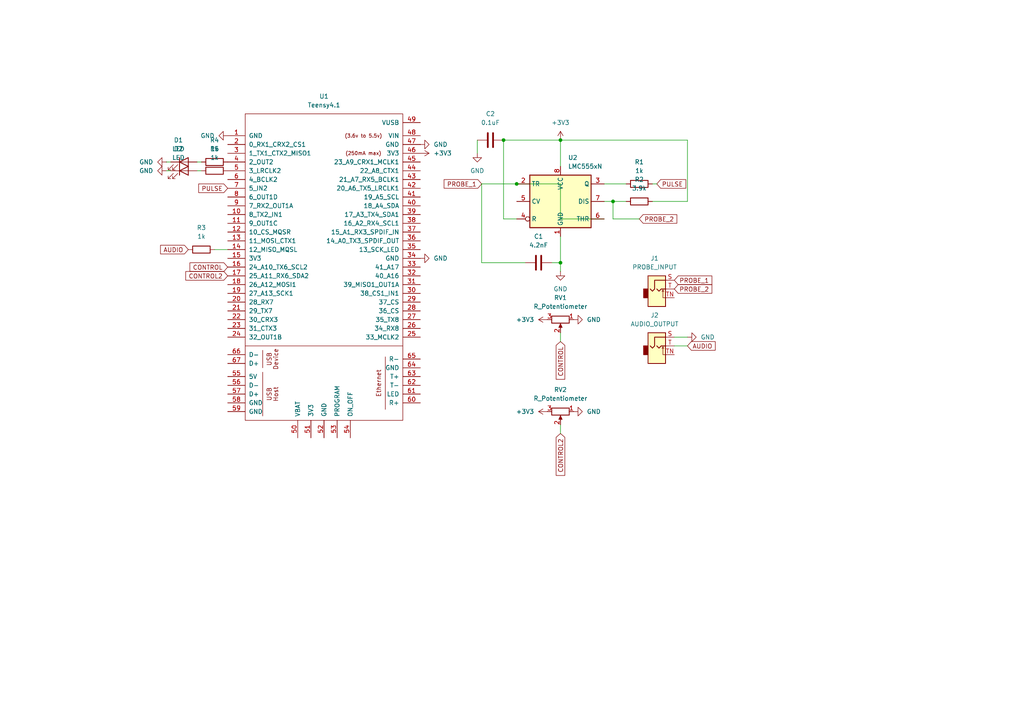
<source format=kicad_sch>
(kicad_sch (version 20231120) (generator "eeschema") (generator_version "8.0")
  (paper "A4")
  (lib_symbols
    (symbol "Connector_Audio:AudioJack2_SwitchT"
      (property "Reference" "J" (at 0 8.89 0))
      (property "Value" "AudioJack2_SwitchT" (at 0 6.35 0))
      (symbol "AudioJack2_SwitchT_0_1"
        (rectangle (start -2.54 0) (end -3.81 -2.54) (stroke (width 0.254)) (fill (type outline)))
        (polyline (pts (xy 1.778 -0.254) (xy 2.032 -0.762)))
        (polyline (pts (xy 0 0) (xy 0.635 -0.635) (xy 1.27 0) (xy 2.54 0)) (stroke (width 0.254)))
        (polyline (pts (xy 2.54 -2.54) (xy 1.778 -2.54) (xy 1.778 -0.254) (xy 1.524 -0.762)))
        (polyline (pts (xy 2.54 2.54) (xy -0.635 2.54) (xy -0.635 0) (xy -1.27 -0.635) (xy -1.905 0)) (stroke (width 0.254)))
        (rectangle (start 2.54 3.81) (end -2.54 -5.08) (stroke (width 0.254)) (fill (type background)))
      )
      (symbol "AudioJack2_SwitchT_1_1"
        (pin passive line (at 5.08 2.54 180) (length 2.54) (name "~") (number "S"))
        (pin passive line (at 5.08 0 180) (length 2.54) (name "~") (number "T"))
        (pin passive line (at 5.08 -2.54 180) (length 2.54) (name "~") (number "TN"))
      )
    )
    (symbol "Device:C" (pin_numbers hide) (pin_names (offset 0.254))
      (property "Reference" "C" (at 0.635 2.54 0))
      (property "Value" "C" (at 0.635 -2.54 0))
      (symbol "C_0_1"
        (polyline (pts (xy -2.032 -0.762) (xy 2.032 -0.762)) (stroke (width 0.508)))
        (polyline (pts (xy -2.032 0.762) (xy 2.032 0.762)) (stroke (width 0.508)))
      )
      (symbol "C_1_1"
        (pin passive line (at 0 3.81 270) (length 2.794) (name "~") (number "1"))
        (pin passive line (at 0 -3.81 90) (length 2.794) (name "~") (number "2"))
      )
    )
    (symbol "Device:LED" (pin_numbers hide) (pin_names (offset 1.016) hide)
      (property "Reference" "D" (at 0 2.54 0))
      (property "Value" "LED" (at 0 -2.54 0))
      (symbol "LED_0_1"
        (polyline (pts (xy -1.27 -1.27) (xy -1.27 1.27)) (stroke (width 0.254)))
        (polyline (pts (xy -1.27 0) (xy 1.27 0)))
        (polyline (pts (xy 1.27 -1.27) (xy 1.27 1.27) (xy -1.27 0) (xy 1.27 -1.27)) (stroke (width 0.254)))
        (polyline (pts (xy -3.048 -0.762) (xy -4.572 -2.286) (xy -3.81 -2.286) (xy -4.572 -2.286) (xy -4.572 -1.524)))
        (polyline (pts (xy -1.778 -0.762) (xy -3.302 -2.286) (xy -2.54 -2.286) (xy -3.302 -2.286) (xy -3.302 -1.524)))
      )
      (symbol "LED_1_1"
        (pin passive line (at -3.81 0 0) (length 2.54) (name "K") (number "1"))
        (pin passive line (at 3.81 0 180) (length 2.54) (name "A") (number "2"))
      )
    )
    (symbol "Device:R" (pin_numbers hide) (pin_names (offset 0))
      (property "Reference" "R" (at 2.032 0 90))
      (property "Value" "R" (at 0 0 90))
      (symbol "R_0_1"
        (rectangle (start -1.016 -2.54) (end 1.016 2.54) (stroke (width 0.254)))
      )
      (symbol "R_1_1"
        (pin passive line (at 0 3.81 270) (length 1.27) (name "~") (number "1"))
        (pin passive line (at 0 -3.81 90) (length 1.27) (name "~") (number "2"))
      )
    )
    (symbol "Device:R_Potentiometer" (pin_names (offset 1.016) hide)
      (property "Reference" "RV" (at -4.445 0 90))
      (property "Value" "R_Potentiometer" (at -2.54 0 90))
      (symbol "R_Potentiometer_0_1"
        (polyline (pts (xy 2.54 0) (xy 1.524 0)))
        (polyline (pts (xy 1.143 0) (xy 2.286 0.508) (xy 2.286 -0.508) (xy 1.143 0)) (fill (type outline)))
        (rectangle (start 1.016 2.54) (end -1.016 -2.54) (stroke (width 0.254)))
      )
      (symbol "R_Potentiometer_1_1"
        (pin passive line (at 0 3.81 270) (length 1.27) (name "1") (number "1"))
        (pin passive line (at 3.81 0 180) (length 1.27) (name "2") (number "2"))
        (pin passive line (at 0 -3.81 90) (length 1.27) (name "3") (number "3"))
      )
    )
    (symbol "Timer:LMC555xN"
      (property "Reference" "U" (at -10.16 8.89 0))
      (property "Value" "LMC555xN" (at 2.54 8.89 0))
      (symbol "LMC555xN_0_0"
        (pin power_in line (at 0 -10.16 90) (length 2.54) (name "GND") (number "1"))
        (pin power_in line (at 0 10.16 270) (length 2.54) (name "VCC") (number "8"))
      )
      (symbol "LMC555xN_0_1"
        (rectangle (start -8.89 -7.62) (end 8.89 7.62) (stroke (width 0.254)) (fill (type background)))
        (rectangle (start -8.89 -7.62) (end 8.89 7.62) (stroke (width 0.254)) (fill (type background)))
      )
      (symbol "LMC555xN_1_1"
        (pin input line (at -12.7 5.08 0) (length 3.81) (name "TR") (number "2"))
        (pin output line (at 12.7 5.08 180) (length 3.81) (name "Q") (number "3"))
        (pin input inverted (at -12.7 -5.08 0) (length 3.81) (name "R") (number "4"))
        (pin input line (at -12.7 0 0) (length 3.81) (name "CV") (number "5"))
        (pin input line (at 12.7 -5.08 180) (length 3.81) (name "THR") (number "6"))
        (pin input line (at 12.7 0 180) (length 3.81) (name "DIS") (number "7"))
      )
    )
    (symbol "power:+3V3" (power) (pin_numbers hide) (pin_names (offset 0) hide)
      (property "Value" "+3V3" (at 0 3.556 0))
      (symbol "+3V3_0_1"
        (polyline (pts (xy -0.762 1.27) (xy 0 2.54)))
        (polyline (pts (xy 0 0) (xy 0 2.54)))
        (polyline (pts (xy 0 2.54) (xy 0.762 1.27)))
      )
      (symbol "+3V3_1_1"
        (pin power_in line (at 0 0 90) (length 0) (name "~") (number "1"))
      )
    )
    (symbol "power:GND" (power) (pin_numbers hide) (pin_names (offset 0) hide)
      (property "Value" "GND" (at 0 -3.81 0))
      (symbol "GND_0_1"
        (polyline (pts (xy 0 0) (xy 0 -1.27) (xy 1.27 -1.27) (xy 0 -2.54) (xy -1.27 -1.27) (xy 0 -1.27)))
      )
      (symbol "GND_1_1"
        (pin power_in line (at 0 0 270) (length 0) (name "~") (number "1"))
      )
    )
    (symbol "teensy:Teensy4.1" (pin_names (offset 1.016))
      (property "Reference" "U" (at 0 64.77 0))
      (property "Value" "Teensy4.1" (at 0 62.23 0))
      (symbol "Teensy4.1_0_0"
        (polyline (pts (xy -22.86 -6.35) (xy 22.86 -6.35)))
        (polyline (pts (xy -17.78 -26.67) (xy -17.78 -13.97)))
        (polyline (pts (xy -17.78 -7.62) (xy -17.78 -12.7)))
        (polyline (pts (xy 17.78 -9.525) (xy 17.78 -24.765)))
        (text "(250mA max)" (at 11.43 49.53 0) (effects (font (size 1.016 1.016))))
        (text "(3.6v to 5.5v)" (at 11.43 54.61 0) (effects (font (size 1.016 1.016))))
        (text "Device" (at -13.97 -10.16 900) (effects (font (size 1.27 1.27))))
        (text "Ethernet" (at 15.875 -17.145 900) (effects (font (size 1.27 1.27))))
        (text "Host" (at -13.97 -20.32 900) (effects (font (size 1.27 1.27))))
        (text "USB" (at -15.875 -20.32 900) (effects (font (size 1.27 1.27))))
        (text "USB" (at -15.875 -10.16 900) (effects (font (size 1.27 1.27))))
        (pin bidirectional line (at -27.94 31.75 0) (length 5.08) (name "8_TX2_IN1") (number "10"))
        (pin bidirectional line (at -27.94 29.21 0) (length 5.08) (name "9_OUT1C") (number "11"))
        (pin bidirectional line (at -27.94 26.67 0) (length 5.08) (name "10_CS_MQSR") (number "12"))
        (pin bidirectional line (at -27.94 24.13 0) (length 5.08) (name "11_MOSI_CTX1") (number "13"))
        (pin bidirectional line (at -27.94 21.59 0) (length 5.08) (name "12_MISO_MQSL") (number "14"))
        (pin power_in line (at -27.94 19.05 0) (length 5.08) (name "3V3") (number "15"))
        (pin bidirectional line (at -27.94 16.51 0) (length 5.08) (name "24_A10_TX6_SCL2") (number "16"))
        (pin bidirectional line (at -27.94 13.97 0) (length 5.08) (name "25_A11_RX6_SDA2") (number "17"))
        (pin bidirectional line (at -27.94 11.43 0) (length 5.08) (name "26_A12_MOSI1") (number "18"))
        (pin bidirectional line (at -27.94 8.89 0) (length 5.08) (name "27_A13_SCK1") (number "19"))
        (pin bidirectional line (at -27.94 6.35 0) (length 5.08) (name "28_RX7") (number "20"))
        (pin bidirectional line (at -27.94 3.81 0) (length 5.08) (name "29_TX7") (number "21"))
        (pin bidirectional line (at -27.94 1.27 0) (length 5.08) (name "30_CRX3") (number "22"))
        (pin bidirectional line (at -27.94 -1.27 0) (length 5.08) (name "31_CTX3") (number "23"))
        (pin bidirectional line (at -27.94 -3.81 0) (length 5.08) (name "32_OUT1B") (number "24"))
        (pin bidirectional line (at 27.94 -3.81 180) (length 5.08) (name "33_MCLK2") (number "25"))
        (pin bidirectional line (at 27.94 -1.27 180) (length 5.08) (name "34_RX8") (number "26"))
        (pin bidirectional line (at 27.94 1.27 180) (length 5.08) (name "35_TX8") (number "27"))
        (pin bidirectional line (at 27.94 3.81 180) (length 5.08) (name "36_CS") (number "28"))
        (pin bidirectional line (at 27.94 6.35 180) (length 5.08) (name "37_CS") (number "29"))
        (pin bidirectional line (at 27.94 8.89 180) (length 5.08) (name "38_CS1_IN1") (number "30"))
        (pin bidirectional line (at 27.94 11.43 180) (length 5.08) (name "39_MISO1_OUT1A") (number "31"))
        (pin bidirectional line (at 27.94 13.97 180) (length 5.08) (name "40_A16") (number "32"))
        (pin bidirectional line (at 27.94 16.51 180) (length 5.08) (name "41_A17") (number "33"))
        (pin bidirectional line (at 27.94 21.59 180) (length 5.08) (name "13_SCK_LED") (number "35"))
        (pin bidirectional line (at 27.94 24.13 180) (length 5.08) (name "14_A0_TX3_SPDIF_OUT") (number "36"))
        (pin bidirectional line (at 27.94 26.67 180) (length 5.08) (name "15_A1_RX3_SPDIF_IN") (number "37"))
        (pin bidirectional line (at 27.94 29.21 180) (length 5.08) (name "16_A2_RX4_SCL1") (number "38"))
        (pin bidirectional line (at 27.94 31.75 180) (length 5.08) (name "17_A3_TX4_SDA1") (number "39"))
        (pin bidirectional line (at 27.94 34.29 180) (length 5.08) (name "18_A4_SDA") (number "40"))
        (pin bidirectional line (at 27.94 36.83 180) (length 5.08) (name "19_A5_SCL") (number "41"))
        (pin bidirectional line (at 27.94 39.37 180) (length 5.08) (name "20_A6_TX5_LRCLK1") (number "42"))
        (pin bidirectional line (at 27.94 41.91 180) (length 5.08) (name "21_A7_RX5_BCLK1") (number "43"))
        (pin bidirectional line (at 27.94 44.45 180) (length 5.08) (name "22_A8_CTX1") (number "44"))
        (pin bidirectional line (at 27.94 46.99 180) (length 5.08) (name "23_A9_CRX1_MCLK1") (number "45"))
        (pin output line (at 27.94 49.53 180) (length 5.08) (name "3V3") (number "46"))
        (pin output line (at 27.94 52.07 180) (length 5.08) (name "GND") (number "47"))
        (pin power_in line (at 27.94 54.61 180) (length 5.08) (name "VIN") (number "48"))
        (pin power_out line (at 27.94 58.42 180) (length 5.08) (name "VUSB") (number "49"))
        (pin bidirectional line (at -27.94 44.45 0) (length 5.08) (name "3_LRCLK2") (number "5"))
        (pin power_in line (at -7.62 -33.02 90) (length 5.08) (name "VBAT") (number "50"))
        (pin power_in line (at -3.81 -33.02 90) (length 5.08) (name "3V3") (number "51"))
        (pin input line (at 0 -33.02 90) (length 5.08) (name "GND") (number "52"))
        (pin input line (at 3.81 -33.02 90) (length 5.08) (name "PROGRAM") (number "53"))
        (pin input line (at 7.62 -33.02 90) (length 5.08) (name "ON_OFF") (number "54"))
        (pin power_out line (at -27.94 -15.24 0) (length 5.08) (name "5V") (number "55"))
        (pin bidirectional line (at -27.94 -17.78 0) (length 5.08) (name "D-") (number "56"))
        (pin bidirectional line (at -27.94 -20.32 0) (length 5.08) (name "D+") (number "57"))
        (pin power_in line (at -27.94 -22.86 0) (length 5.08) (name "GND") (number "58"))
        (pin power_in line (at -27.94 -25.4 0) (length 5.08) (name "GND") (number "59"))
        (pin bidirectional line (at -27.94 41.91 0) (length 5.08) (name "4_BCLK2") (number "6"))
        (pin bidirectional line (at 27.94 -22.86 180) (length 5.08) (name "R+") (number "60"))
        (pin bidirectional line (at 27.94 -20.32 180) (length 5.08) (name "LED") (number "61"))
        (pin bidirectional line (at 27.94 -17.78 180) (length 5.08) (name "T-") (number "62"))
        (pin bidirectional line (at 27.94 -15.24 180) (length 5.08) (name "T+") (number "63"))
        (pin power_in line (at 27.94 -12.7 180) (length 5.08) (name "GND") (number "64"))
        (pin bidirectional line (at 27.94 -10.16 180) (length 5.08) (name "R-") (number "65"))
        (pin bidirectional line (at -27.94 -8.89 0) (length 5.08) (name "D-") (number "66"))
        (pin bidirectional line (at -27.94 -11.43 0) (length 5.08) (name "D+") (number "67"))
        (pin bidirectional line (at -27.94 39.37 0) (length 5.08) (name "5_IN2") (number "7"))
        (pin bidirectional line (at -27.94 36.83 0) (length 5.08) (name "6_OUT1D") (number "8"))
        (pin bidirectional line (at -27.94 34.29 0) (length 5.08) (name "7_RX2_OUT1A") (number "9"))
      )
      (symbol "Teensy4.1_0_1"
        (rectangle (start -22.86 60.96) (end 22.86 -27.94))
        (rectangle (start -20.32 -1.27) (end -20.32 -1.27))
      )
      (symbol "Teensy4.1_1_1"
        (pin power_in line (at -27.94 54.61 0) (length 5.08) (name "GND") (number "1"))
        (pin bidirectional line (at -27.94 52.07 0) (length 5.08) (name "0_RX1_CRX2_CS1") (number "2"))
        (pin bidirectional line (at -27.94 49.53 0) (length 5.08) (name "1_TX1_CTX2_MISO1") (number "3"))
        (pin power_in line (at 27.94 19.05 180) (length 5.08) (name "GND") (number "34"))
        (pin bidirectional line (at -27.94 46.99 0) (length 5.08) (name "2_OUT2") (number "4"))
      )
    )
  )
  (junction (at 146.05 40.64))
  (junction (at 149.86 53.34))
  (junction (at 162.56 40.64))
  (junction (at 162.56 76.2))
  (junction (at 177.8 58.42))
  (wire (pts (xy 162.56 123.19) (xy 162.56 125.73)))
  (wire (pts (xy 149.86 63.5) (xy 146.05 63.5)))
  (wire (pts (xy 175.26 58.42) (xy 177.8 58.42)))
  (wire (pts (xy 139.7 53.34) (xy 149.86 53.34)))
  (wire (pts (xy 199.39 40.64) (xy 162.56 40.64)))
  (wire (pts (xy 162.56 63.5) (xy 175.26 63.5)))
  (wire (pts (xy 199.39 58.42) (xy 199.39 40.64)))
  (wire (pts (xy 48.26 46.99) (xy 49.53 46.99)))
  (wire (pts (xy 138.43 40.64) (xy 138.43 44.45)))
  (wire (pts (xy 146.05 63.5) (xy 146.05 40.64)))
  (wire (pts (xy 162.56 76.2) (xy 162.56 78.74)))
  (wire (pts (xy 195.58 100.33) (xy 199.39 100.33)))
  (wire (pts (xy 139.7 76.2) (xy 139.7 53.34)))
  (wire (pts (xy 190.5 53.34) (xy 189.23 53.34)))
  (wire (pts (xy 162.56 40.64) (xy 162.56 48.26)))
  (wire (pts (xy 162.56 53.34) (xy 162.56 63.5)))
  (wire (pts (xy 57.15 46.99) (xy 58.42 46.99)))
  (wire (pts (xy 175.26 53.34) (xy 181.61 53.34)))
  (wire (pts (xy 48.26 49.53) (xy 49.53 49.53)))
  (wire (pts (xy 162.56 96.52) (xy 162.56 99.06)))
  (wire (pts (xy 195.58 97.79) (xy 199.39 97.79)))
  (wire (pts (xy 162.56 68.58) (xy 162.56 76.2)))
  (wire (pts (xy 149.86 53.34) (xy 162.56 53.34)))
  (wire (pts (xy 57.15 49.53) (xy 58.42 49.53)))
  (wire (pts (xy 177.8 58.42) (xy 177.8 63.5)))
  (wire (pts (xy 177.8 63.5) (xy 185.42 63.5)))
  (wire (pts (xy 146.05 40.64) (xy 162.56 40.64)))
  (wire (pts (xy 189.23 58.42) (xy 199.39 58.42)))
  (wire (pts (xy 152.4 76.2) (xy 139.7 76.2)))
  (wire (pts (xy 160.02 76.2) (xy 162.56 76.2)))
  (wire (pts (xy 62.23 72.39) (xy 66.04 72.39)))
  (wire (pts (xy 177.8 58.42) (xy 181.61 58.42)))
  (global_label "CONTROL" (shape input) (at 162.56 99.06 270) (property "Intersheetrefs" "${INTERSHEET_REFS}" (effects (hide yes))))
  (global_label "PULSE" (shape input) (at 190.5 53.34 0) (property "Intersheetrefs" "${INTERSHEET_REFS}" (effects (hide yes))))
  (global_label "PROBE_1" (shape input) (at 195.58 81.28 0) (property "Intersheetrefs" "${INTERSHEET_REFS}" (effects (hide yes))))
  (global_label "AUDIO" (shape input) (at 54.61 72.39 180) (property "Intersheetrefs" "${INTERSHEET_REFS}" (effects (hide yes))))
  (global_label "PROBE_1" (shape input) (at 139.7 53.34 180) (property "Intersheetrefs" "${INTERSHEET_REFS}" (effects (hide yes))))
  (global_label "PROBE_2" (shape input) (at 195.58 83.82 0) (property "Intersheetrefs" "${INTERSHEET_REFS}" (effects (hide yes))))
  (global_label "PULSE" (shape input) (at 66.04 54.61 180) (property "Intersheetrefs" "${INTERSHEET_REFS}" (effects (hide yes))))
  (global_label "AUDIO" (shape input) (at 199.39 100.33 0) (property "Intersheetrefs" "${INTERSHEET_REFS}" (effects (hide yes))))
  (global_label "CONTROL" (shape input) (at 66.04 77.47 180) (property "Intersheetrefs" "${INTERSHEET_REFS}" (effects (hide yes))))
  (global_label "PROBE_2" (shape input) (at 185.42 63.5 0) (property "Intersheetrefs" "${INTERSHEET_REFS}" (effects (hide yes))))
  (global_label "CONTROL2" (shape input) (at 162.56 125.73 270) (property "Intersheetrefs" "${INTERSHEET_REFS}" (effects (hide yes))))
  (global_label "CONTROL2" (shape input) (at 66.04 80.01 180) (property "Intersheetrefs" "${INTERSHEET_REFS}" (effects (hide yes))))
  (symbol (lib_id "Timer:LMC555xN") (at 162.56 58.42 0) (unit 1)
    (property "Reference" "U2" (at 164.7541 45.72 0) (effects (justify left)))
    (property "Value" "LMC555xN" (at 164.7541 48.26 0) (effects (justify left)))
    (property "Footprint" "Package_DIP:DIP-8_W7.62mm_Socket" (effects (hide yes)))
    (property "Datasheet" "http://www.ti.com/lit/ds/symlink/lmc555.pdf" (effects (hide yes)))
    (property "Description" "CMOS Timer, 555 compatible, PDIP-8" (effects (hide yes)))
  )
  (symbol (lib_id "Device:C") (at 156.21 76.2 90) (unit 1)
    (property "Reference" "C1" (at 156.21 68.58 90))
    (property "Value" "4.2nF" (at 156.21 71.12 90))
    (property "Footprint" "Capacitor_THT:C_Disc_D3.0mm_W2.0mm_P2.50mm" (effects (hide yes)))
    (property "Description" "Unpolarized capacitor" (effects (hide yes)))
  )
  (symbol (lib_id "Connector_Audio:AudioJack2_SwitchT") (at 190.5 83.82 0) (unit 1)
    (property "Reference" "J1" (at 189.865 74.93 0))
    (property "Value" "PROBE_INPUT" (at 189.865 77.47 0))
    (property "Footprint" "Connector_Audio:Jack_3.5mm_QingPu_WQP-PJ398SM_Vertical_CircularHoles" (effects (hide yes)))
    (property "Description" "Audio Jack, 2 Poles (Mono / TS), Switched T Pole (Normalling)" (effects (hide yes)))
  )
  (symbol (lib_id "power:+3V3") (at 162.56 40.64 0) (unit 1)
    (property "Reference" "#PWR01" (effects (hide yes)))
    (property "Value" "+3V3" (at 162.56 35.56 0))
    (property "Description" "Power symbol creates a global label with name \"+3V3\"" (effects (hide yes)))
  )
  (symbol (lib_id "Device:R") (at 62.23 46.99 90) (unit 1)
    (property "Reference" "R4" (at 62.23 40.64 90))
    (property "Value" "1k" (at 62.23 43.18 90))
    (property "Footprint" "Resistor_THT:R_Axial_DIN0204_L3.6mm_D1.6mm_P7.62mm_Horizontal" (effects (hide yes)))
    (property "Description" "Resistor" (effects (hide yes)))
  )
  (symbol (lib_id "power:GND") (at 138.43 44.45 0) (unit 1)
    (property "Reference" "#PWR02" (effects (hide yes)))
    (property "Value" "GND" (at 138.43 49.53 0))
    (property "Description" "Power symbol creates a global label with name \"GND\" , ground" (effects (hide yes)))
  )
  (symbol (lib_id "Device:R") (at 185.42 53.34 90) (unit 1)
    (property "Reference" "R1" (at 185.42 46.99 90))
    (property "Value" "1k" (at 185.42 49.53 90))
    (property "Footprint" "Resistor_THT:R_Axial_DIN0204_L3.6mm_D1.6mm_P7.62mm_Horizontal" (effects (hide yes)))
    (property "Description" "Resistor" (effects (hide yes)))
  )
  (symbol (lib_id "power:+3V3") (at 158.75 119.38 90) (unit 1)
    (property "Reference" "#PWR011" (effects (hide yes)))
    (property "Value" "+3V3" (at 154.94 119.3799 90) (effects (justify left)))
    (property "Description" "Power symbol creates a global label with name \"+3V3\"" (effects (hide yes)))
  )
  (symbol (lib_id "Device:LED") (at 53.34 49.53 0) (unit 1)
    (property "Reference" "D2" (at 51.7525 43.18 0))
    (property "Value" "LED" (at 51.7525 45.72 0))
    (property "Footprint" "LED_THT:LED_D3.0mm" (effects (hide yes)))
    (property "Description" "Light emitting diode" (effects (hide yes)))
  )
  (symbol (lib_id "Connector_Audio:AudioJack2_SwitchT") (at 190.5 100.33 0) (unit 1)
    (property "Reference" "J2" (at 189.865 91.44 0))
    (property "Value" "AUDIO_OUTPUT" (at 189.865 93.98 0))
    (property "Footprint" "Connector_Audio:Jack_3.5mm_QingPu_WQP-PJ398SM_Vertical_CircularHoles" (effects (hide yes)))
    (property "Description" "Audio Jack, 2 Poles (Mono / TS), Switched T Pole (Normalling)" (effects (hide yes)))
  )
  (symbol (lib_id "Device:C") (at 142.24 40.64 90) (unit 1)
    (property "Reference" "C2" (at 142.24 33.02 90))
    (property "Value" "0.1uF" (at 142.24 35.56 90))
    (property "Footprint" "Capacitor_THT:C_Disc_D3.0mm_W2.0mm_P2.50mm" (effects (hide yes)))
    (property "Description" "Unpolarized capacitor" (effects (hide yes)))
  )
  (symbol (lib_id "power:+3V3") (at 158.75 92.71 90) (unit 1)
    (property "Reference" "#PWR09" (effects (hide yes)))
    (property "Value" "+3V3" (at 154.94 92.7099 90) (effects (justify left)))
    (property "Description" "Power symbol creates a global label with name \"+3V3\"" (effects (hide yes)))
  )
  (symbol (lib_id "power:GND") (at 66.04 39.37 270) (unit 1)
    (property "Reference" "#PWR04" (effects (hide yes)))
    (property "Value" "GND" (at 62.23 39.3699 90) (effects (justify right)))
    (property "Description" "Power symbol creates a global label with name \"GND\" , ground" (effects (hide yes)))
  )
  (symbol (lib_id "power:GND") (at 199.39 97.79 90) (unit 1)
    (property "Reference" "#PWR010" (effects (hide yes)))
    (property "Value" "GND" (at 203.2 97.7899 90) (effects (justify right)))
    (property "Description" "Power symbol creates a global label with name \"GND\" , ground" (effects (hide yes)))
  )
  (symbol (lib_id "power:GND") (at 166.37 92.71 90) (unit 1)
    (property "Reference" "#PWR08" (effects (hide yes)))
    (property "Value" "GND" (at 170.18 92.7099 90) (effects (justify right)))
    (property "Description" "Power symbol creates a global label with name \"GND\" , ground" (effects (hide yes)))
  )
  (symbol (lib_id "power:GND") (at 48.26 49.53 270) (unit 1)
    (property "Reference" "#PWR014" (effects (hide yes)))
    (property "Value" "GND" (at 44.45 49.5299 90) (effects (justify right)))
    (property "Description" "Power symbol creates a global label with name \"GND\" , ground" (effects (hide yes)))
  )
  (symbol (lib_id "power:+3V3") (at 121.92 44.45 270) (unit 1)
    (property "Reference" "#PWR07" (effects (hide yes)))
    (property "Value" "+3V3" (at 125.73 44.4499 90) (effects (justify left)))
    (property "Description" "Power symbol creates a global label with name \"+3V3\"" (effects (hide yes)))
  )
  (symbol (lib_id "power:GND") (at 121.92 41.91 90) (unit 1)
    (property "Reference" "#PWR06" (effects (hide yes)))
    (property "Value" "GND" (at 125.73 41.9099 90) (effects (justify right)))
    (property "Description" "Power symbol creates a global label with name \"GND\" , ground" (effects (hide yes)))
  )
  (symbol (lib_id "power:GND") (at 166.37 119.38 90) (unit 1)
    (property "Reference" "#PWR012" (effects (hide yes)))
    (property "Value" "GND" (at 170.18 119.3799 90) (effects (justify right)))
    (property "Description" "Power symbol creates a global label with name \"GND\" , ground" (effects (hide yes)))
  )
  (symbol (lib_id "power:GND") (at 121.92 74.93 90) (unit 1)
    (property "Reference" "#PWR05" (effects (hide yes)))
    (property "Value" "GND" (at 125.73 74.9299 90) (effects (justify right)))
    (property "Description" "Power symbol creates a global label with name \"GND\" , ground" (effects (hide yes)))
  )
  (symbol (lib_id "teensy:Teensy4.1") (at 93.98 93.98 0) (unit 1)
    (property "Reference" "U1" (at 93.98 27.94 0))
    (property "Value" "Teensy4.1" (at 93.98 30.48 0))
    (property "Footprint" "teensy.pretty-master:Teensy41" (effects (hide yes)))
  )
  (symbol (lib_id "power:GND") (at 162.56 78.74 0) (unit 1)
    (property "Reference" "#PWR03" (effects (hide yes)))
    (property "Value" "GND" (at 162.56 83.82 0))
    (property "Description" "Power symbol creates a global label with name \"GND\" , ground" (effects (hide yes)))
  )
  (symbol (lib_id "Device:R_Potentiometer") (at 162.56 119.38 270) (unit 1)
    (property "Reference" "RV2" (at 162.56 113.03 90))
    (property "Value" "R_Potentiometer" (at 162.56 115.57 90))
    (property "Footprint" "Potentiometer_THT:Potentiometer_Alpha_RD901F-40-00D_Single_Vertical" (effects (hide yes)))
    (property "Description" "Potentiometer" (effects (hide yes)))
  )
  (symbol (lib_id "Device:R") (at 58.42 72.39 90) (unit 1)
    (property "Reference" "R3" (at 58.42 66.04 90))
    (property "Value" "1k" (at 58.42 68.58 90))
    (property "Footprint" "Resistor_THT:R_Axial_DIN0204_L3.6mm_D1.6mm_P7.62mm_Horizontal" (effects (hide yes)))
    (property "Description" "Resistor" (effects (hide yes)))
  )
  (symbol (lib_id "Device:R") (at 185.42 58.42 90) (unit 1)
    (property "Reference" "R2" (at 185.42 52.07 90))
    (property "Value" "3.9k" (at 185.42 54.61 90))
    (property "Footprint" "Resistor_THT:R_Axial_DIN0204_L3.6mm_D1.6mm_P7.62mm_Horizontal" (effects (hide yes)))
    (property "Description" "Resistor" (effects (hide yes)))
  )
  (symbol (lib_id "Device:LED") (at 53.34 46.99 0) (unit 1)
    (property "Reference" "D1" (at 51.7525 40.64 0))
    (property "Value" "LED" (at 51.7525 43.18 0))
    (property "Footprint" "LED_THT:LED_D3.0mm" (effects (hide yes)))
    (property "Description" "Light emitting diode" (effects (hide yes)))
  )
  (symbol (lib_id "power:GND") (at 48.26 46.99 270) (unit 1)
    (property "Reference" "#PWR013" (effects (hide yes)))
    (property "Value" "GND" (at 44.45 46.9899 90) (effects (justify right)))
    (property "Description" "Power symbol creates a global label with name \"GND\" , ground" (effects (hide yes)))
  )
  (symbol (lib_id "Device:R") (at 62.23 49.53 90) (unit 1)
    (property "Reference" "R5" (at 62.23 43.18 90))
    (property "Value" "1k" (at 62.23 45.72 90))
    (property "Footprint" "Resistor_THT:R_Axial_DIN0204_L3.6mm_D1.6mm_P7.62mm_Horizontal" (effects (hide yes)))
    (property "Description" "Resistor" (effects (hide yes)))
  )
  (symbol (lib_id "Device:R_Potentiometer") (at 162.56 92.71 270) (unit 1)
    (property "Reference" "RV1" (at 162.56 86.36 90))
    (property "Value" "R_Potentiometer" (at 162.56 88.9 90))
    (property "Footprint" "Potentiometer_THT:Potentiometer_Alpha_RD901F-40-00D_Single_Vertical" (effects (hide yes)))
    (property "Description" "Potentiometer" (effects (hide yes)))
  )
)
</source>
